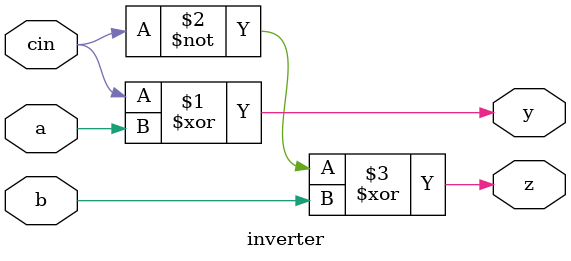
<source format=sv>
/*module minverter (cin, a, b, y, z,);
	input cin, a, b;
    output y, z;
	
  	xor U1 (y, cin, a);
	xor U2 (z, ~cin, b);
endmodule*/
module inverter (cin, a, b, y, z,);
 input cin, a, b;
 output y, z;
  
  assign y = cin ^ a;
  assign z = ~cin ^ b;
  
endmodule
</source>
